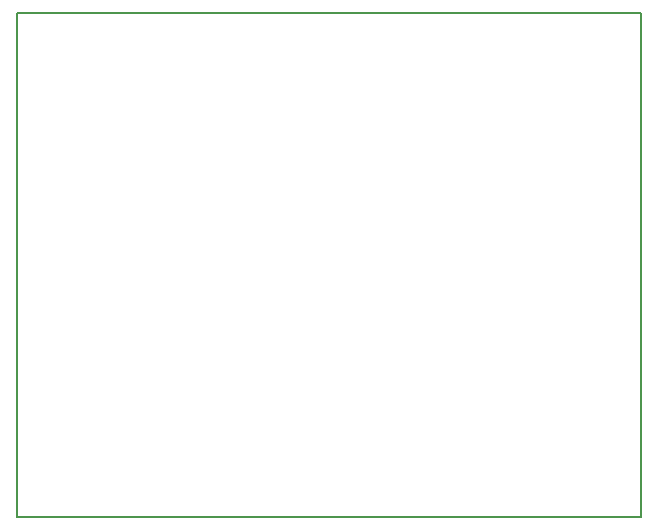
<source format=gbr>
G04 #@! TF.FileFunction,Profile,NP*
%FSLAX46Y46*%
G04 Gerber Fmt 4.6, Leading zero omitted, Abs format (unit mm)*
G04 Created by KiCad (PCBNEW 4.0.7) date 06/12/18 23:48:04*
%MOMM*%
%LPD*%
G01*
G04 APERTURE LIST*
%ADD10C,0.100000*%
%ADD11C,0.150000*%
G04 APERTURE END LIST*
D10*
D11*
X112776000Y-97536000D02*
X112268000Y-97536000D01*
X112776000Y-54864000D02*
X112776000Y-97536000D01*
X59944000Y-54864000D02*
X112776000Y-54864000D01*
X59944000Y-55372000D02*
X59944000Y-54864000D01*
X59944000Y-97536000D02*
X59944000Y-55372000D01*
X60452000Y-97536000D02*
X59944000Y-97536000D01*
X112268000Y-97536000D02*
X60452000Y-97536000D01*
M02*

</source>
